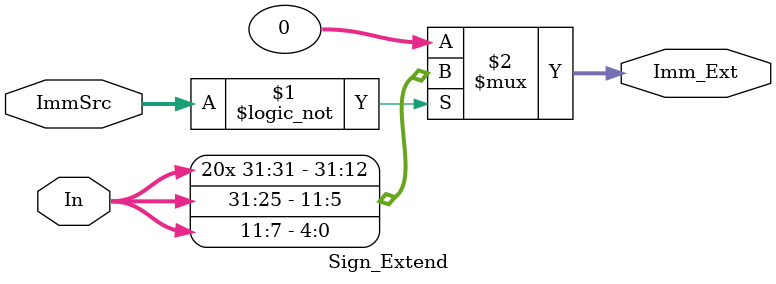
<source format=v>
`timescale 1ns / 1ps


module Sign_Extend(In, ImmSrc, Imm_Ext);
input [31:0]In;
input [1:0]ImmSrc;
output [31:0]Imm_Ext;
assign Imm_Ext = (ImmSrc == 2'b00) ? {{20{In[31]}}, In[31:25], In[11:7]}: 32'h00000000;
endmodule

</source>
